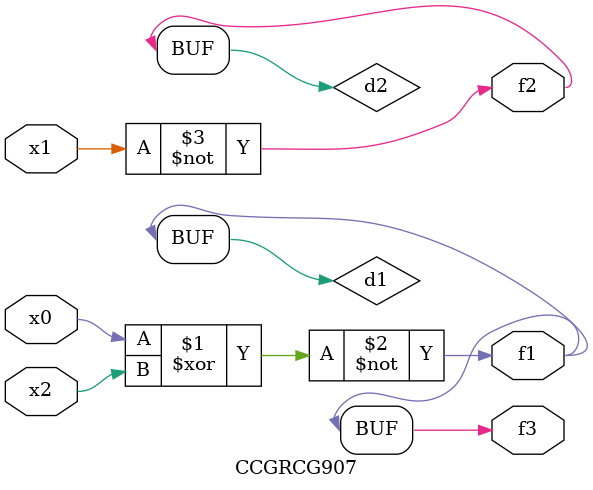
<source format=v>
module CCGRCG907(
	input x0, x1, x2,
	output f1, f2, f3
);

	wire d1, d2, d3;

	xnor (d1, x0, x2);
	nand (d2, x1);
	nor (d3, x1, x2);
	assign f1 = d1;
	assign f2 = d2;
	assign f3 = d1;
endmodule

</source>
